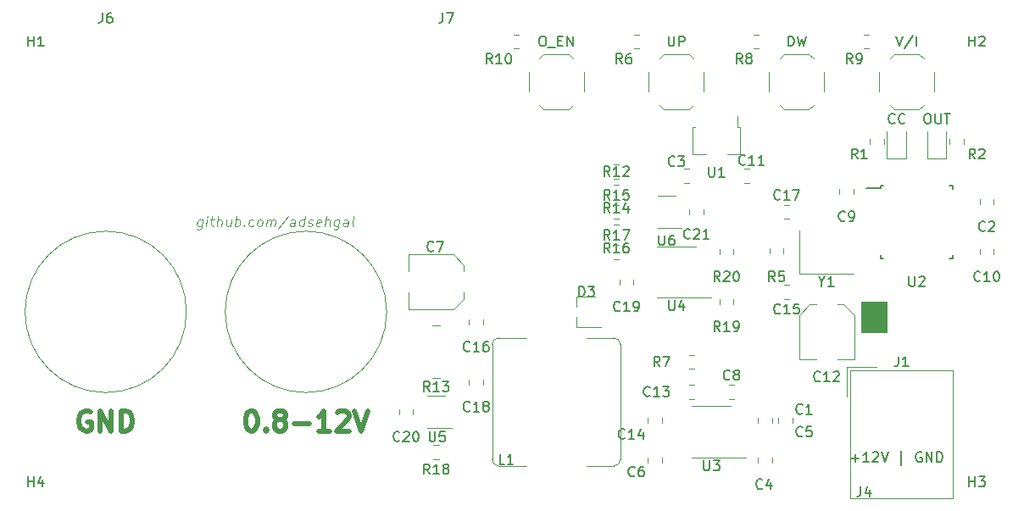
<source format=gbr>
%TF.GenerationSoftware,KiCad,Pcbnew,(5.99.0-2619-gb519867d9)*%
%TF.CreationDate,2020-08-09T22:36:06+05:30*%
%TF.ProjectId,Power_Supply,506f7765-725f-4537-9570-706c792e6b69,rev?*%
%TF.SameCoordinates,Original*%
%TF.FileFunction,Legend,Top*%
%TF.FilePolarity,Positive*%
%FSLAX46Y46*%
G04 Gerber Fmt 4.6, Leading zero omitted, Abs format (unit mm)*
G04 Created by KiCad (PCBNEW (5.99.0-2619-gb519867d9)) date 2020-08-09 22:36:06*
%MOMM*%
%LPD*%
G01*
G04 APERTURE LIST*
%ADD10C,0.100000*%
%ADD11C,0.500000*%
%ADD12C,0.150000*%
%ADD13C,0.075000*%
%ADD14C,0.120000*%
G04 APERTURE END LIST*
D10*
G36*
X100000000Y-44000000D02*
G01*
X97500000Y-44000000D01*
X97500000Y-41000000D01*
X100000000Y-41000000D01*
X100000000Y-44000000D01*
G37*
X100000000Y-44000000D02*
X97500000Y-44000000D01*
X97500000Y-41000000D01*
X100000000Y-41000000D01*
X100000000Y-44000000D01*
D11*
X20476190Y-52000000D02*
X20285714Y-51904761D01*
X20000000Y-51904761D01*
X19714285Y-52000000D01*
X19523809Y-52190476D01*
X19428571Y-52380952D01*
X19333333Y-52761904D01*
X19333333Y-53047619D01*
X19428571Y-53428571D01*
X19523809Y-53619047D01*
X19714285Y-53809523D01*
X20000000Y-53904761D01*
X20190476Y-53904761D01*
X20476190Y-53809523D01*
X20571428Y-53714285D01*
X20571428Y-53047619D01*
X20190476Y-53047619D01*
X21428571Y-53904761D02*
X21428571Y-51904761D01*
X22571428Y-53904761D01*
X22571428Y-51904761D01*
X23523809Y-53904761D02*
X23523809Y-51904761D01*
X24000000Y-51904761D01*
X24285714Y-52000000D01*
X24476190Y-52190476D01*
X24571428Y-52380952D01*
X24666666Y-52761904D01*
X24666666Y-53047619D01*
X24571428Y-53428571D01*
X24476190Y-53619047D01*
X24285714Y-53809523D01*
X24000000Y-53904761D01*
X23523809Y-53904761D01*
X36476190Y-51904761D02*
X36666666Y-51904761D01*
X36857142Y-52000000D01*
X36952380Y-52095238D01*
X37047619Y-52285714D01*
X37142857Y-52666666D01*
X37142857Y-53142857D01*
X37047619Y-53523809D01*
X36952380Y-53714285D01*
X36857142Y-53809523D01*
X36666666Y-53904761D01*
X36476190Y-53904761D01*
X36285714Y-53809523D01*
X36190476Y-53714285D01*
X36095238Y-53523809D01*
X36000000Y-53142857D01*
X36000000Y-52666666D01*
X36095238Y-52285714D01*
X36190476Y-52095238D01*
X36285714Y-52000000D01*
X36476190Y-51904761D01*
X38000000Y-53714285D02*
X38095238Y-53809523D01*
X38000000Y-53904761D01*
X37904761Y-53809523D01*
X38000000Y-53714285D01*
X38000000Y-53904761D01*
X39238095Y-52761904D02*
X39047619Y-52666666D01*
X38952380Y-52571428D01*
X38857142Y-52380952D01*
X38857142Y-52285714D01*
X38952380Y-52095238D01*
X39047619Y-52000000D01*
X39238095Y-51904761D01*
X39619047Y-51904761D01*
X39809523Y-52000000D01*
X39904761Y-52095238D01*
X40000000Y-52285714D01*
X40000000Y-52380952D01*
X39904761Y-52571428D01*
X39809523Y-52666666D01*
X39619047Y-52761904D01*
X39238095Y-52761904D01*
X39047619Y-52857142D01*
X38952380Y-52952380D01*
X38857142Y-53142857D01*
X38857142Y-53523809D01*
X38952380Y-53714285D01*
X39047619Y-53809523D01*
X39238095Y-53904761D01*
X39619047Y-53904761D01*
X39809523Y-53809523D01*
X39904761Y-53714285D01*
X40000000Y-53523809D01*
X40000000Y-53142857D01*
X39904761Y-52952380D01*
X39809523Y-52857142D01*
X39619047Y-52761904D01*
X40857142Y-53142857D02*
X42380952Y-53142857D01*
X44380952Y-53904761D02*
X43238095Y-53904761D01*
X43809523Y-53904761D02*
X43809523Y-51904761D01*
X43619047Y-52190476D01*
X43428571Y-52380952D01*
X43238095Y-52476190D01*
X45142857Y-52095238D02*
X45238095Y-52000000D01*
X45428571Y-51904761D01*
X45904761Y-51904761D01*
X46095238Y-52000000D01*
X46190476Y-52095238D01*
X46285714Y-52285714D01*
X46285714Y-52476190D01*
X46190476Y-52761904D01*
X45047619Y-53904761D01*
X46285714Y-53904761D01*
X46857142Y-51904761D02*
X47523809Y-53904761D01*
X48190476Y-51904761D01*
D12*
X96476190Y-56618928D02*
X97238095Y-56618928D01*
X96857142Y-56999880D02*
X96857142Y-56237976D01*
X98238095Y-56999880D02*
X97666666Y-56999880D01*
X97952380Y-56999880D02*
X97952380Y-55999880D01*
X97857142Y-56142738D01*
X97761904Y-56237976D01*
X97666666Y-56285595D01*
X98619047Y-56095119D02*
X98666666Y-56047500D01*
X98761904Y-55999880D01*
X99000000Y-55999880D01*
X99095238Y-56047500D01*
X99142857Y-56095119D01*
X99190476Y-56190357D01*
X99190476Y-56285595D01*
X99142857Y-56428452D01*
X98571428Y-56999880D01*
X99190476Y-56999880D01*
X99476190Y-55999880D02*
X99809523Y-56999880D01*
X100142857Y-55999880D01*
X101476190Y-57333214D02*
X101476190Y-55904642D01*
X103476190Y-56047500D02*
X103380952Y-55999880D01*
X103238095Y-55999880D01*
X103095238Y-56047500D01*
X103000000Y-56142738D01*
X102952380Y-56237976D01*
X102904761Y-56428452D01*
X102904761Y-56571309D01*
X102952380Y-56761785D01*
X103000000Y-56857023D01*
X103095238Y-56952261D01*
X103238095Y-56999880D01*
X103333333Y-56999880D01*
X103476190Y-56952261D01*
X103523809Y-56904642D01*
X103523809Y-56571309D01*
X103333333Y-56571309D01*
X103952380Y-56999880D02*
X103952380Y-55999880D01*
X104523809Y-56999880D01*
X104523809Y-55999880D01*
X105000000Y-56999880D02*
X105000000Y-55999880D01*
X105238095Y-55999880D01*
X105380952Y-56047500D01*
X105476190Y-56142738D01*
X105523809Y-56237976D01*
X105571428Y-56428452D01*
X105571428Y-56571309D01*
X105523809Y-56761785D01*
X105476190Y-56857023D01*
X105380952Y-56952261D01*
X105238095Y-56999880D01*
X105000000Y-56999880D01*
D13*
X31655327Y-32785714D02*
X31554136Y-33595238D01*
X31494613Y-33690476D01*
X31441041Y-33738095D01*
X31339851Y-33785714D01*
X31196994Y-33785714D01*
X31107708Y-33738095D01*
X31577946Y-33404761D02*
X31476755Y-33452380D01*
X31286279Y-33452380D01*
X31196994Y-33404761D01*
X31155327Y-33357142D01*
X31119613Y-33261904D01*
X31155327Y-32976190D01*
X31214851Y-32880952D01*
X31268422Y-32833333D01*
X31369613Y-32785714D01*
X31560089Y-32785714D01*
X31649375Y-32833333D01*
X32048184Y-33452380D02*
X32131517Y-32785714D01*
X32173184Y-32452380D02*
X32119613Y-32500000D01*
X32161279Y-32547619D01*
X32214851Y-32500000D01*
X32173184Y-32452380D01*
X32161279Y-32547619D01*
X32464851Y-32785714D02*
X32845803Y-32785714D01*
X32649375Y-32452380D02*
X32542232Y-33309523D01*
X32577946Y-33404761D01*
X32667232Y-33452380D01*
X32762470Y-33452380D01*
X33095803Y-33452380D02*
X33220803Y-32452380D01*
X33524375Y-33452380D02*
X33589851Y-32928571D01*
X33554136Y-32833333D01*
X33464851Y-32785714D01*
X33321994Y-32785714D01*
X33220803Y-32833333D01*
X33167232Y-32880952D01*
X34512470Y-32785714D02*
X34429136Y-33452380D01*
X34083898Y-32785714D02*
X34018422Y-33309523D01*
X34054136Y-33404761D01*
X34143422Y-33452380D01*
X34286279Y-33452380D01*
X34387470Y-33404761D01*
X34441041Y-33357142D01*
X34905327Y-33452380D02*
X35030327Y-32452380D01*
X34982708Y-32833333D02*
X35083898Y-32785714D01*
X35274375Y-32785714D01*
X35363660Y-32833333D01*
X35405327Y-32880952D01*
X35441041Y-32976190D01*
X35405327Y-33261904D01*
X35345803Y-33357142D01*
X35292232Y-33404761D01*
X35191041Y-33452380D01*
X35000565Y-33452380D01*
X34911279Y-33404761D01*
X35821994Y-33357142D02*
X35863660Y-33404761D01*
X35810089Y-33452380D01*
X35768422Y-33404761D01*
X35821994Y-33357142D01*
X35810089Y-33452380D01*
X36720803Y-33404761D02*
X36619613Y-33452380D01*
X36429136Y-33452380D01*
X36339851Y-33404761D01*
X36298184Y-33357142D01*
X36262470Y-33261904D01*
X36298184Y-32976190D01*
X36357708Y-32880952D01*
X36411279Y-32833333D01*
X36512470Y-32785714D01*
X36702946Y-32785714D01*
X36792232Y-32833333D01*
X37286279Y-33452380D02*
X37196994Y-33404761D01*
X37155327Y-33357142D01*
X37119613Y-33261904D01*
X37155327Y-32976190D01*
X37214851Y-32880952D01*
X37268422Y-32833333D01*
X37369613Y-32785714D01*
X37512470Y-32785714D01*
X37601755Y-32833333D01*
X37643422Y-32880952D01*
X37679136Y-32976190D01*
X37643422Y-33261904D01*
X37583898Y-33357142D01*
X37530327Y-33404761D01*
X37429136Y-33452380D01*
X37286279Y-33452380D01*
X38048184Y-33452380D02*
X38131517Y-32785714D01*
X38119613Y-32880952D02*
X38173184Y-32833333D01*
X38274375Y-32785714D01*
X38417232Y-32785714D01*
X38506517Y-32833333D01*
X38542232Y-32928571D01*
X38476755Y-33452380D01*
X38542232Y-32928571D02*
X38601755Y-32833333D01*
X38702946Y-32785714D01*
X38845803Y-32785714D01*
X38935089Y-32833333D01*
X38970803Y-32928571D01*
X38905327Y-33452380D01*
X40226755Y-32404761D02*
X39208898Y-33690476D01*
X40857708Y-33452380D02*
X40923184Y-32928571D01*
X40887470Y-32833333D01*
X40798184Y-32785714D01*
X40607708Y-32785714D01*
X40506517Y-32833333D01*
X40863660Y-33404761D02*
X40762470Y-33452380D01*
X40524375Y-33452380D01*
X40435089Y-33404761D01*
X40399375Y-33309523D01*
X40411279Y-33214285D01*
X40470803Y-33119047D01*
X40571994Y-33071428D01*
X40810089Y-33071428D01*
X40911279Y-33023809D01*
X41762470Y-33452380D02*
X41887470Y-32452380D01*
X41768422Y-33404761D02*
X41667232Y-33452380D01*
X41476755Y-33452380D01*
X41387470Y-33404761D01*
X41345803Y-33357142D01*
X41310089Y-33261904D01*
X41345803Y-32976190D01*
X41405327Y-32880952D01*
X41458898Y-32833333D01*
X41560089Y-32785714D01*
X41750565Y-32785714D01*
X41839851Y-32833333D01*
X42196994Y-33404761D02*
X42286279Y-33452380D01*
X42476755Y-33452380D01*
X42577946Y-33404761D01*
X42637470Y-33309523D01*
X42643422Y-33261904D01*
X42607708Y-33166666D01*
X42518422Y-33119047D01*
X42375565Y-33119047D01*
X42286279Y-33071428D01*
X42250565Y-32976190D01*
X42256517Y-32928571D01*
X42316041Y-32833333D01*
X42417232Y-32785714D01*
X42560089Y-32785714D01*
X42649375Y-32833333D01*
X43435089Y-33404761D02*
X43333898Y-33452380D01*
X43143422Y-33452380D01*
X43054136Y-33404761D01*
X43018422Y-33309523D01*
X43066041Y-32928571D01*
X43125565Y-32833333D01*
X43226755Y-32785714D01*
X43417232Y-32785714D01*
X43506517Y-32833333D01*
X43542232Y-32928571D01*
X43530327Y-33023809D01*
X43042232Y-33119047D01*
X43905327Y-33452380D02*
X44030327Y-32452380D01*
X44333898Y-33452380D02*
X44399375Y-32928571D01*
X44363660Y-32833333D01*
X44274375Y-32785714D01*
X44131517Y-32785714D01*
X44030327Y-32833333D01*
X43976755Y-32880952D01*
X45321994Y-32785714D02*
X45220803Y-33595238D01*
X45161279Y-33690476D01*
X45107708Y-33738095D01*
X45006517Y-33785714D01*
X44863660Y-33785714D01*
X44774375Y-33738095D01*
X45244613Y-33404761D02*
X45143422Y-33452380D01*
X44952946Y-33452380D01*
X44863660Y-33404761D01*
X44821994Y-33357142D01*
X44786279Y-33261904D01*
X44821994Y-32976190D01*
X44881517Y-32880952D01*
X44935089Y-32833333D01*
X45036279Y-32785714D01*
X45226755Y-32785714D01*
X45316041Y-32833333D01*
X46143422Y-33452380D02*
X46208898Y-32928571D01*
X46173184Y-32833333D01*
X46083898Y-32785714D01*
X45893422Y-32785714D01*
X45792232Y-32833333D01*
X46149375Y-33404761D02*
X46048184Y-33452380D01*
X45810089Y-33452380D01*
X45720803Y-33404761D01*
X45685089Y-33309523D01*
X45696994Y-33214285D01*
X45756517Y-33119047D01*
X45857708Y-33071428D01*
X46095803Y-33071428D01*
X46196994Y-33023809D01*
X46762470Y-33452380D02*
X46673184Y-33404761D01*
X46637470Y-33309523D01*
X46744613Y-32452380D01*
D12*
%TO.C,U3*%
X81738095Y-56852380D02*
X81738095Y-57661904D01*
X81785714Y-57757142D01*
X81833333Y-57804761D01*
X81928571Y-57852380D01*
X82119047Y-57852380D01*
X82214285Y-57804761D01*
X82261904Y-57757142D01*
X82309523Y-57661904D01*
X82309523Y-56852380D01*
X82690476Y-56852380D02*
X83309523Y-56852380D01*
X82976190Y-57233333D01*
X83119047Y-57233333D01*
X83214285Y-57280952D01*
X83261904Y-57328571D01*
X83309523Y-57423809D01*
X83309523Y-57661904D01*
X83261904Y-57757142D01*
X83214285Y-57804761D01*
X83119047Y-57852380D01*
X82833333Y-57852380D01*
X82738095Y-57804761D01*
X82690476Y-57757142D01*
%TO.C,U2*%
X102238095Y-38452380D02*
X102238095Y-39261904D01*
X102285714Y-39357142D01*
X102333333Y-39404761D01*
X102428571Y-39452380D01*
X102619047Y-39452380D01*
X102714285Y-39404761D01*
X102761904Y-39357142D01*
X102809523Y-39261904D01*
X102809523Y-38452380D01*
X103238095Y-38547619D02*
X103285714Y-38500000D01*
X103380952Y-38452380D01*
X103619047Y-38452380D01*
X103714285Y-38500000D01*
X103761904Y-38547619D01*
X103809523Y-38642857D01*
X103809523Y-38738095D01*
X103761904Y-38880952D01*
X103190476Y-39452380D01*
X103809523Y-39452380D01*
%TO.C,H3*%
X108238095Y-59452380D02*
X108238095Y-58452380D01*
X108238095Y-58928571D02*
X108809523Y-58928571D01*
X108809523Y-59452380D02*
X108809523Y-58452380D01*
X109190476Y-58452380D02*
X109809523Y-58452380D01*
X109476190Y-58833333D01*
X109619047Y-58833333D01*
X109714285Y-58880952D01*
X109761904Y-58928571D01*
X109809523Y-59023809D01*
X109809523Y-59261904D01*
X109761904Y-59357142D01*
X109714285Y-59404761D01*
X109619047Y-59452380D01*
X109333333Y-59452380D01*
X109238095Y-59404761D01*
X109190476Y-59357142D01*
%TO.C,H2*%
X108238095Y-15452380D02*
X108238095Y-14452380D01*
X108238095Y-14928571D02*
X108809523Y-14928571D01*
X108809523Y-15452380D02*
X108809523Y-14452380D01*
X109238095Y-14547619D02*
X109285714Y-14500000D01*
X109380952Y-14452380D01*
X109619047Y-14452380D01*
X109714285Y-14500000D01*
X109761904Y-14547619D01*
X109809523Y-14642857D01*
X109809523Y-14738095D01*
X109761904Y-14880952D01*
X109190476Y-15452380D01*
X109809523Y-15452380D01*
%TO.C,R20*%
X83357142Y-38952380D02*
X83023809Y-38476190D01*
X82785714Y-38952380D02*
X82785714Y-37952380D01*
X83166666Y-37952380D01*
X83261904Y-38000000D01*
X83309523Y-38047619D01*
X83357142Y-38142857D01*
X83357142Y-38285714D01*
X83309523Y-38380952D01*
X83261904Y-38428571D01*
X83166666Y-38476190D01*
X82785714Y-38476190D01*
X83738095Y-38047619D02*
X83785714Y-38000000D01*
X83880952Y-37952380D01*
X84119047Y-37952380D01*
X84214285Y-38000000D01*
X84261904Y-38047619D01*
X84309523Y-38142857D01*
X84309523Y-38238095D01*
X84261904Y-38380952D01*
X83690476Y-38952380D01*
X84309523Y-38952380D01*
X84928571Y-37952380D02*
X85023809Y-37952380D01*
X85119047Y-38000000D01*
X85166666Y-38047619D01*
X85214285Y-38142857D01*
X85261904Y-38333333D01*
X85261904Y-38571428D01*
X85214285Y-38761904D01*
X85166666Y-38857142D01*
X85119047Y-38904761D01*
X85023809Y-38952380D01*
X84928571Y-38952380D01*
X84833333Y-38904761D01*
X84785714Y-38857142D01*
X84738095Y-38761904D01*
X84690476Y-38571428D01*
X84690476Y-38333333D01*
X84738095Y-38142857D01*
X84785714Y-38047619D01*
X84833333Y-38000000D01*
X84928571Y-37952380D01*
%TO.C,C3*%
X78833333Y-27357142D02*
X78785714Y-27404761D01*
X78642857Y-27452380D01*
X78547619Y-27452380D01*
X78404761Y-27404761D01*
X78309523Y-27309523D01*
X78261904Y-27214285D01*
X78214285Y-27023809D01*
X78214285Y-26880952D01*
X78261904Y-26690476D01*
X78309523Y-26595238D01*
X78404761Y-26500000D01*
X78547619Y-26452380D01*
X78642857Y-26452380D01*
X78785714Y-26500000D01*
X78833333Y-26547619D01*
X79166666Y-26452380D02*
X79785714Y-26452380D01*
X79452380Y-26833333D01*
X79595238Y-26833333D01*
X79690476Y-26880952D01*
X79738095Y-26928571D01*
X79785714Y-27023809D01*
X79785714Y-27261904D01*
X79738095Y-27357142D01*
X79690476Y-27404761D01*
X79595238Y-27452380D01*
X79309523Y-27452380D01*
X79214285Y-27404761D01*
X79166666Y-27357142D01*
%TO.C,C8*%
X84333333Y-48707142D02*
X84285714Y-48754761D01*
X84142857Y-48802380D01*
X84047619Y-48802380D01*
X83904761Y-48754761D01*
X83809523Y-48659523D01*
X83761904Y-48564285D01*
X83714285Y-48373809D01*
X83714285Y-48230952D01*
X83761904Y-48040476D01*
X83809523Y-47945238D01*
X83904761Y-47850000D01*
X84047619Y-47802380D01*
X84142857Y-47802380D01*
X84285714Y-47850000D01*
X84333333Y-47897619D01*
X84904761Y-48230952D02*
X84809523Y-48183333D01*
X84761904Y-48135714D01*
X84714285Y-48040476D01*
X84714285Y-47992857D01*
X84761904Y-47897619D01*
X84809523Y-47850000D01*
X84904761Y-47802380D01*
X85095238Y-47802380D01*
X85190476Y-47850000D01*
X85238095Y-47897619D01*
X85285714Y-47992857D01*
X85285714Y-48040476D01*
X85238095Y-48135714D01*
X85190476Y-48183333D01*
X85095238Y-48230952D01*
X84904761Y-48230952D01*
X84809523Y-48278571D01*
X84761904Y-48326190D01*
X84714285Y-48421428D01*
X84714285Y-48611904D01*
X84761904Y-48707142D01*
X84809523Y-48754761D01*
X84904761Y-48802380D01*
X85095238Y-48802380D01*
X85190476Y-48754761D01*
X85238095Y-48707142D01*
X85285714Y-48611904D01*
X85285714Y-48421428D01*
X85238095Y-48326190D01*
X85190476Y-48278571D01*
X85095238Y-48230952D01*
%TO.C,C2*%
X109833333Y-33857142D02*
X109785714Y-33904761D01*
X109642857Y-33952380D01*
X109547619Y-33952380D01*
X109404761Y-33904761D01*
X109309523Y-33809523D01*
X109261904Y-33714285D01*
X109214285Y-33523809D01*
X109214285Y-33380952D01*
X109261904Y-33190476D01*
X109309523Y-33095238D01*
X109404761Y-33000000D01*
X109547619Y-32952380D01*
X109642857Y-32952380D01*
X109785714Y-33000000D01*
X109833333Y-33047619D01*
X110214285Y-33047619D02*
X110261904Y-33000000D01*
X110357142Y-32952380D01*
X110595238Y-32952380D01*
X110690476Y-33000000D01*
X110738095Y-33047619D01*
X110785714Y-33142857D01*
X110785714Y-33238095D01*
X110738095Y-33380952D01*
X110166666Y-33952380D01*
X110785714Y-33952380D01*
%TO.C,C6*%
X74833333Y-58357142D02*
X74785714Y-58404761D01*
X74642857Y-58452380D01*
X74547619Y-58452380D01*
X74404761Y-58404761D01*
X74309523Y-58309523D01*
X74261904Y-58214285D01*
X74214285Y-58023809D01*
X74214285Y-57880952D01*
X74261904Y-57690476D01*
X74309523Y-57595238D01*
X74404761Y-57500000D01*
X74547619Y-57452380D01*
X74642857Y-57452380D01*
X74785714Y-57500000D01*
X74833333Y-57547619D01*
X75690476Y-57452380D02*
X75500000Y-57452380D01*
X75404761Y-57500000D01*
X75357142Y-57547619D01*
X75261904Y-57690476D01*
X75214285Y-57880952D01*
X75214285Y-58261904D01*
X75261904Y-58357142D01*
X75309523Y-58404761D01*
X75404761Y-58452380D01*
X75595238Y-58452380D01*
X75690476Y-58404761D01*
X75738095Y-58357142D01*
X75785714Y-58261904D01*
X75785714Y-58023809D01*
X75738095Y-57928571D01*
X75690476Y-57880952D01*
X75595238Y-57833333D01*
X75404761Y-57833333D01*
X75309523Y-57880952D01*
X75261904Y-57928571D01*
X75214285Y-58023809D01*
%TO.C,J4*%
X97416666Y-59452380D02*
X97416666Y-60166666D01*
X97369047Y-60309523D01*
X97273809Y-60404761D01*
X97130952Y-60452380D01*
X97035714Y-60452380D01*
X98321428Y-59785714D02*
X98321428Y-60452380D01*
X98083333Y-59404761D02*
X97845238Y-60119047D01*
X98464285Y-60119047D01*
%TO.C,R16*%
X72357142Y-36102380D02*
X72023809Y-35626190D01*
X71785714Y-36102380D02*
X71785714Y-35102380D01*
X72166666Y-35102380D01*
X72261904Y-35150000D01*
X72309523Y-35197619D01*
X72357142Y-35292857D01*
X72357142Y-35435714D01*
X72309523Y-35530952D01*
X72261904Y-35578571D01*
X72166666Y-35626190D01*
X71785714Y-35626190D01*
X73309523Y-36102380D02*
X72738095Y-36102380D01*
X73023809Y-36102380D02*
X73023809Y-35102380D01*
X72928571Y-35245238D01*
X72833333Y-35340476D01*
X72738095Y-35388095D01*
X74166666Y-35102380D02*
X73976190Y-35102380D01*
X73880952Y-35150000D01*
X73833333Y-35197619D01*
X73738095Y-35340476D01*
X73690476Y-35530952D01*
X73690476Y-35911904D01*
X73738095Y-36007142D01*
X73785714Y-36054761D01*
X73880952Y-36102380D01*
X74071428Y-36102380D01*
X74166666Y-36054761D01*
X74214285Y-36007142D01*
X74261904Y-35911904D01*
X74261904Y-35673809D01*
X74214285Y-35578571D01*
X74166666Y-35530952D01*
X74071428Y-35483333D01*
X73880952Y-35483333D01*
X73785714Y-35530952D01*
X73738095Y-35578571D01*
X73690476Y-35673809D01*
%TO.C,C18*%
X58357142Y-51857142D02*
X58309523Y-51904761D01*
X58166666Y-51952380D01*
X58071428Y-51952380D01*
X57928571Y-51904761D01*
X57833333Y-51809523D01*
X57785714Y-51714285D01*
X57738095Y-51523809D01*
X57738095Y-51380952D01*
X57785714Y-51190476D01*
X57833333Y-51095238D01*
X57928571Y-51000000D01*
X58071428Y-50952380D01*
X58166666Y-50952380D01*
X58309523Y-51000000D01*
X58357142Y-51047619D01*
X59309523Y-51952380D02*
X58738095Y-51952380D01*
X59023809Y-51952380D02*
X59023809Y-50952380D01*
X58928571Y-51095238D01*
X58833333Y-51190476D01*
X58738095Y-51238095D01*
X59880952Y-51380952D02*
X59785714Y-51333333D01*
X59738095Y-51285714D01*
X59690476Y-51190476D01*
X59690476Y-51142857D01*
X59738095Y-51047619D01*
X59785714Y-51000000D01*
X59880952Y-50952380D01*
X60071428Y-50952380D01*
X60166666Y-51000000D01*
X60214285Y-51047619D01*
X60261904Y-51142857D01*
X60261904Y-51190476D01*
X60214285Y-51285714D01*
X60166666Y-51333333D01*
X60071428Y-51380952D01*
X59880952Y-51380952D01*
X59785714Y-51428571D01*
X59738095Y-51476190D01*
X59690476Y-51571428D01*
X59690476Y-51761904D01*
X59738095Y-51857142D01*
X59785714Y-51904761D01*
X59880952Y-51952380D01*
X60071428Y-51952380D01*
X60166666Y-51904761D01*
X60214285Y-51857142D01*
X60261904Y-51761904D01*
X60261904Y-51571428D01*
X60214285Y-51476190D01*
X60166666Y-51428571D01*
X60071428Y-51380952D01*
%TO.C,Y1*%
X93523809Y-38976190D02*
X93523809Y-39452380D01*
X93190476Y-38452380D02*
X93523809Y-38976190D01*
X93857142Y-38452380D01*
X94714285Y-39452380D02*
X94142857Y-39452380D01*
X94428571Y-39452380D02*
X94428571Y-38452380D01*
X94333333Y-38595238D01*
X94238095Y-38690476D01*
X94142857Y-38738095D01*
%TO.C,U4*%
X78238095Y-40852380D02*
X78238095Y-41661904D01*
X78285714Y-41757142D01*
X78333333Y-41804761D01*
X78428571Y-41852380D01*
X78619047Y-41852380D01*
X78714285Y-41804761D01*
X78761904Y-41757142D01*
X78809523Y-41661904D01*
X78809523Y-40852380D01*
X79714285Y-41185714D02*
X79714285Y-41852380D01*
X79476190Y-40804761D02*
X79238095Y-41519047D01*
X79857142Y-41519047D01*
%TO.C,C15*%
X89357142Y-42107142D02*
X89309523Y-42154761D01*
X89166666Y-42202380D01*
X89071428Y-42202380D01*
X88928571Y-42154761D01*
X88833333Y-42059523D01*
X88785714Y-41964285D01*
X88738095Y-41773809D01*
X88738095Y-41630952D01*
X88785714Y-41440476D01*
X88833333Y-41345238D01*
X88928571Y-41250000D01*
X89071428Y-41202380D01*
X89166666Y-41202380D01*
X89309523Y-41250000D01*
X89357142Y-41297619D01*
X90309523Y-42202380D02*
X89738095Y-42202380D01*
X90023809Y-42202380D02*
X90023809Y-41202380D01*
X89928571Y-41345238D01*
X89833333Y-41440476D01*
X89738095Y-41488095D01*
X91214285Y-41202380D02*
X90738095Y-41202380D01*
X90690476Y-41678571D01*
X90738095Y-41630952D01*
X90833333Y-41583333D01*
X91071428Y-41583333D01*
X91166666Y-41630952D01*
X91214285Y-41678571D01*
X91261904Y-41773809D01*
X91261904Y-42011904D01*
X91214285Y-42107142D01*
X91166666Y-42154761D01*
X91071428Y-42202380D01*
X90833333Y-42202380D01*
X90738095Y-42154761D01*
X90690476Y-42107142D01*
%TO.C,C10*%
X109357142Y-38857142D02*
X109309523Y-38904761D01*
X109166666Y-38952380D01*
X109071428Y-38952380D01*
X108928571Y-38904761D01*
X108833333Y-38809523D01*
X108785714Y-38714285D01*
X108738095Y-38523809D01*
X108738095Y-38380952D01*
X108785714Y-38190476D01*
X108833333Y-38095238D01*
X108928571Y-38000000D01*
X109071428Y-37952380D01*
X109166666Y-37952380D01*
X109309523Y-38000000D01*
X109357142Y-38047619D01*
X110309523Y-38952380D02*
X109738095Y-38952380D01*
X110023809Y-38952380D02*
X110023809Y-37952380D01*
X109928571Y-38095238D01*
X109833333Y-38190476D01*
X109738095Y-38238095D01*
X110928571Y-37952380D02*
X111023809Y-37952380D01*
X111119047Y-38000000D01*
X111166666Y-38047619D01*
X111214285Y-38142857D01*
X111261904Y-38333333D01*
X111261904Y-38571428D01*
X111214285Y-38761904D01*
X111166666Y-38857142D01*
X111119047Y-38904761D01*
X111023809Y-38952380D01*
X110928571Y-38952380D01*
X110833333Y-38904761D01*
X110785714Y-38857142D01*
X110738095Y-38761904D01*
X110690476Y-38571428D01*
X110690476Y-38333333D01*
X110738095Y-38142857D01*
X110785714Y-38047619D01*
X110833333Y-38000000D01*
X110928571Y-37952380D01*
%TO.C,C4*%
X87583333Y-59607142D02*
X87535714Y-59654761D01*
X87392857Y-59702380D01*
X87297619Y-59702380D01*
X87154761Y-59654761D01*
X87059523Y-59559523D01*
X87011904Y-59464285D01*
X86964285Y-59273809D01*
X86964285Y-59130952D01*
X87011904Y-58940476D01*
X87059523Y-58845238D01*
X87154761Y-58750000D01*
X87297619Y-58702380D01*
X87392857Y-58702380D01*
X87535714Y-58750000D01*
X87583333Y-58797619D01*
X88440476Y-59035714D02*
X88440476Y-59702380D01*
X88202380Y-58654761D02*
X87964285Y-59369047D01*
X88583333Y-59369047D01*
%TO.C,SW2*%
X90166666Y-15452380D02*
X90166666Y-14452380D01*
X90404761Y-14452380D01*
X90547619Y-14500000D01*
X90642857Y-14595238D01*
X90690476Y-14690476D01*
X90738095Y-14880952D01*
X90738095Y-15023809D01*
X90690476Y-15214285D01*
X90642857Y-15309523D01*
X90547619Y-15404761D01*
X90404761Y-15452380D01*
X90166666Y-15452380D01*
X91071428Y-14452380D02*
X91309523Y-15452380D01*
X91500000Y-14738095D01*
X91690476Y-15452380D01*
X91928571Y-14452380D01*
%TO.C,R13*%
X54357142Y-49952380D02*
X54023809Y-49476190D01*
X53785714Y-49952380D02*
X53785714Y-48952380D01*
X54166666Y-48952380D01*
X54261904Y-49000000D01*
X54309523Y-49047619D01*
X54357142Y-49142857D01*
X54357142Y-49285714D01*
X54309523Y-49380952D01*
X54261904Y-49428571D01*
X54166666Y-49476190D01*
X53785714Y-49476190D01*
X55309523Y-49952380D02*
X54738095Y-49952380D01*
X55023809Y-49952380D02*
X55023809Y-48952380D01*
X54928571Y-49095238D01*
X54833333Y-49190476D01*
X54738095Y-49238095D01*
X55642857Y-48952380D02*
X56261904Y-48952380D01*
X55928571Y-49333333D01*
X56071428Y-49333333D01*
X56166666Y-49380952D01*
X56214285Y-49428571D01*
X56261904Y-49523809D01*
X56261904Y-49761904D01*
X56214285Y-49857142D01*
X56166666Y-49904761D01*
X56071428Y-49952380D01*
X55785714Y-49952380D01*
X55690476Y-49904761D01*
X55642857Y-49857142D01*
%TO.C,R10*%
X60607142Y-17202380D02*
X60273809Y-16726190D01*
X60035714Y-17202380D02*
X60035714Y-16202380D01*
X60416666Y-16202380D01*
X60511904Y-16250000D01*
X60559523Y-16297619D01*
X60607142Y-16392857D01*
X60607142Y-16535714D01*
X60559523Y-16630952D01*
X60511904Y-16678571D01*
X60416666Y-16726190D01*
X60035714Y-16726190D01*
X61559523Y-17202380D02*
X60988095Y-17202380D01*
X61273809Y-17202380D02*
X61273809Y-16202380D01*
X61178571Y-16345238D01*
X61083333Y-16440476D01*
X60988095Y-16488095D01*
X62178571Y-16202380D02*
X62273809Y-16202380D01*
X62369047Y-16250000D01*
X62416666Y-16297619D01*
X62464285Y-16392857D01*
X62511904Y-16583333D01*
X62511904Y-16821428D01*
X62464285Y-17011904D01*
X62416666Y-17107142D01*
X62369047Y-17154761D01*
X62273809Y-17202380D01*
X62178571Y-17202380D01*
X62083333Y-17154761D01*
X62035714Y-17107142D01*
X61988095Y-17011904D01*
X61940476Y-16821428D01*
X61940476Y-16583333D01*
X61988095Y-16392857D01*
X62035714Y-16297619D01*
X62083333Y-16250000D01*
X62178571Y-16202380D01*
%TO.C,C14*%
X73857142Y-54607142D02*
X73809523Y-54654761D01*
X73666666Y-54702380D01*
X73571428Y-54702380D01*
X73428571Y-54654761D01*
X73333333Y-54559523D01*
X73285714Y-54464285D01*
X73238095Y-54273809D01*
X73238095Y-54130952D01*
X73285714Y-53940476D01*
X73333333Y-53845238D01*
X73428571Y-53750000D01*
X73571428Y-53702380D01*
X73666666Y-53702380D01*
X73809523Y-53750000D01*
X73857142Y-53797619D01*
X74809523Y-54702380D02*
X74238095Y-54702380D01*
X74523809Y-54702380D02*
X74523809Y-53702380D01*
X74428571Y-53845238D01*
X74333333Y-53940476D01*
X74238095Y-53988095D01*
X75666666Y-54035714D02*
X75666666Y-54702380D01*
X75428571Y-53654761D02*
X75190476Y-54369047D01*
X75809523Y-54369047D01*
%TO.C,C1*%
X91583333Y-52107142D02*
X91535714Y-52154761D01*
X91392857Y-52202380D01*
X91297619Y-52202380D01*
X91154761Y-52154761D01*
X91059523Y-52059523D01*
X91011904Y-51964285D01*
X90964285Y-51773809D01*
X90964285Y-51630952D01*
X91011904Y-51440476D01*
X91059523Y-51345238D01*
X91154761Y-51250000D01*
X91297619Y-51202380D01*
X91392857Y-51202380D01*
X91535714Y-51250000D01*
X91583333Y-51297619D01*
X92535714Y-52202380D02*
X91964285Y-52202380D01*
X92250000Y-52202380D02*
X92250000Y-51202380D01*
X92154761Y-51345238D01*
X92059523Y-51440476D01*
X91964285Y-51488095D01*
%TO.C,R2*%
X108833333Y-26702380D02*
X108500000Y-26226190D01*
X108261904Y-26702380D02*
X108261904Y-25702380D01*
X108642857Y-25702380D01*
X108738095Y-25750000D01*
X108785714Y-25797619D01*
X108833333Y-25892857D01*
X108833333Y-26035714D01*
X108785714Y-26130952D01*
X108738095Y-26178571D01*
X108642857Y-26226190D01*
X108261904Y-26226190D01*
X109214285Y-25797619D02*
X109261904Y-25750000D01*
X109357142Y-25702380D01*
X109595238Y-25702380D01*
X109690476Y-25750000D01*
X109738095Y-25797619D01*
X109785714Y-25892857D01*
X109785714Y-25988095D01*
X109738095Y-26130952D01*
X109166666Y-26702380D01*
X109785714Y-26702380D01*
%TO.C,C20*%
X51357142Y-54857142D02*
X51309523Y-54904761D01*
X51166666Y-54952380D01*
X51071428Y-54952380D01*
X50928571Y-54904761D01*
X50833333Y-54809523D01*
X50785714Y-54714285D01*
X50738095Y-54523809D01*
X50738095Y-54380952D01*
X50785714Y-54190476D01*
X50833333Y-54095238D01*
X50928571Y-54000000D01*
X51071428Y-53952380D01*
X51166666Y-53952380D01*
X51309523Y-54000000D01*
X51357142Y-54047619D01*
X51738095Y-54047619D02*
X51785714Y-54000000D01*
X51880952Y-53952380D01*
X52119047Y-53952380D01*
X52214285Y-54000000D01*
X52261904Y-54047619D01*
X52309523Y-54142857D01*
X52309523Y-54238095D01*
X52261904Y-54380952D01*
X51690476Y-54952380D01*
X52309523Y-54952380D01*
X52928571Y-53952380D02*
X53023809Y-53952380D01*
X53119047Y-54000000D01*
X53166666Y-54047619D01*
X53214285Y-54142857D01*
X53261904Y-54333333D01*
X53261904Y-54571428D01*
X53214285Y-54761904D01*
X53166666Y-54857142D01*
X53119047Y-54904761D01*
X53023809Y-54952380D01*
X52928571Y-54952380D01*
X52833333Y-54904761D01*
X52785714Y-54857142D01*
X52738095Y-54761904D01*
X52690476Y-54571428D01*
X52690476Y-54333333D01*
X52738095Y-54142857D01*
X52785714Y-54047619D01*
X52833333Y-54000000D01*
X52928571Y-53952380D01*
%TO.C,R6*%
X73583333Y-17202380D02*
X73250000Y-16726190D01*
X73011904Y-17202380D02*
X73011904Y-16202380D01*
X73392857Y-16202380D01*
X73488095Y-16250000D01*
X73535714Y-16297619D01*
X73583333Y-16392857D01*
X73583333Y-16535714D01*
X73535714Y-16630952D01*
X73488095Y-16678571D01*
X73392857Y-16726190D01*
X73011904Y-16726190D01*
X74440476Y-16202380D02*
X74250000Y-16202380D01*
X74154761Y-16250000D01*
X74107142Y-16297619D01*
X74011904Y-16440476D01*
X73964285Y-16630952D01*
X73964285Y-17011904D01*
X74011904Y-17107142D01*
X74059523Y-17154761D01*
X74154761Y-17202380D01*
X74345238Y-17202380D01*
X74440476Y-17154761D01*
X74488095Y-17107142D01*
X74535714Y-17011904D01*
X74535714Y-16773809D01*
X74488095Y-16678571D01*
X74440476Y-16630952D01*
X74345238Y-16583333D01*
X74154761Y-16583333D01*
X74059523Y-16630952D01*
X74011904Y-16678571D01*
X73964285Y-16773809D01*
%TO.C,SW1*%
X78214285Y-14452380D02*
X78214285Y-15261904D01*
X78261904Y-15357142D01*
X78309523Y-15404761D01*
X78404761Y-15452380D01*
X78595238Y-15452380D01*
X78690476Y-15404761D01*
X78738095Y-15357142D01*
X78785714Y-15261904D01*
X78785714Y-14452380D01*
X79261904Y-15452380D02*
X79261904Y-14452380D01*
X79642857Y-14452380D01*
X79738095Y-14500000D01*
X79785714Y-14547619D01*
X79833333Y-14642857D01*
X79833333Y-14785714D01*
X79785714Y-14880952D01*
X79738095Y-14928571D01*
X79642857Y-14976190D01*
X79261904Y-14976190D01*
%TO.C,R18*%
X54357142Y-58202380D02*
X54023809Y-57726190D01*
X53785714Y-58202380D02*
X53785714Y-57202380D01*
X54166666Y-57202380D01*
X54261904Y-57250000D01*
X54309523Y-57297619D01*
X54357142Y-57392857D01*
X54357142Y-57535714D01*
X54309523Y-57630952D01*
X54261904Y-57678571D01*
X54166666Y-57726190D01*
X53785714Y-57726190D01*
X55309523Y-58202380D02*
X54738095Y-58202380D01*
X55023809Y-58202380D02*
X55023809Y-57202380D01*
X54928571Y-57345238D01*
X54833333Y-57440476D01*
X54738095Y-57488095D01*
X55880952Y-57630952D02*
X55785714Y-57583333D01*
X55738095Y-57535714D01*
X55690476Y-57440476D01*
X55690476Y-57392857D01*
X55738095Y-57297619D01*
X55785714Y-57250000D01*
X55880952Y-57202380D01*
X56071428Y-57202380D01*
X56166666Y-57250000D01*
X56214285Y-57297619D01*
X56261904Y-57392857D01*
X56261904Y-57440476D01*
X56214285Y-57535714D01*
X56166666Y-57583333D01*
X56071428Y-57630952D01*
X55880952Y-57630952D01*
X55785714Y-57678571D01*
X55738095Y-57726190D01*
X55690476Y-57821428D01*
X55690476Y-58011904D01*
X55738095Y-58107142D01*
X55785714Y-58154761D01*
X55880952Y-58202380D01*
X56071428Y-58202380D01*
X56166666Y-58154761D01*
X56214285Y-58107142D01*
X56261904Y-58011904D01*
X56261904Y-57821428D01*
X56214285Y-57726190D01*
X56166666Y-57678571D01*
X56071428Y-57630952D01*
%TO.C,C7*%
X54734096Y-35857142D02*
X54686477Y-35904761D01*
X54543620Y-35952380D01*
X54448382Y-35952380D01*
X54305524Y-35904761D01*
X54210286Y-35809523D01*
X54162667Y-35714285D01*
X54115048Y-35523809D01*
X54115048Y-35380952D01*
X54162667Y-35190476D01*
X54210286Y-35095238D01*
X54305524Y-35000000D01*
X54448382Y-34952380D01*
X54543620Y-34952380D01*
X54686477Y-35000000D01*
X54734096Y-35047619D01*
X55067429Y-34952380D02*
X55734096Y-34952380D01*
X55305524Y-35952380D01*
%TO.C,H4*%
X14238095Y-59452380D02*
X14238095Y-58452380D01*
X14238095Y-58928571D02*
X14809523Y-58928571D01*
X14809523Y-59452380D02*
X14809523Y-58452380D01*
X15714285Y-58785714D02*
X15714285Y-59452380D01*
X15476190Y-58404761D02*
X15238095Y-59119047D01*
X15857142Y-59119047D01*
%TO.C,R8*%
X85583333Y-17202380D02*
X85250000Y-16726190D01*
X85011904Y-17202380D02*
X85011904Y-16202380D01*
X85392857Y-16202380D01*
X85488095Y-16250000D01*
X85535714Y-16297619D01*
X85583333Y-16392857D01*
X85583333Y-16535714D01*
X85535714Y-16630952D01*
X85488095Y-16678571D01*
X85392857Y-16726190D01*
X85011904Y-16726190D01*
X86154761Y-16630952D02*
X86059523Y-16583333D01*
X86011904Y-16535714D01*
X85964285Y-16440476D01*
X85964285Y-16392857D01*
X86011904Y-16297619D01*
X86059523Y-16250000D01*
X86154761Y-16202380D01*
X86345238Y-16202380D01*
X86440476Y-16250000D01*
X86488095Y-16297619D01*
X86535714Y-16392857D01*
X86535714Y-16440476D01*
X86488095Y-16535714D01*
X86440476Y-16583333D01*
X86345238Y-16630952D01*
X86154761Y-16630952D01*
X86059523Y-16678571D01*
X86011904Y-16726190D01*
X85964285Y-16821428D01*
X85964285Y-17011904D01*
X86011904Y-17107142D01*
X86059523Y-17154761D01*
X86154761Y-17202380D01*
X86345238Y-17202380D01*
X86440476Y-17154761D01*
X86488095Y-17107142D01*
X86535714Y-17011904D01*
X86535714Y-16821428D01*
X86488095Y-16726190D01*
X86440476Y-16678571D01*
X86345238Y-16630952D01*
%TO.C,R5*%
X88833333Y-38952380D02*
X88500000Y-38476190D01*
X88261904Y-38952380D02*
X88261904Y-37952380D01*
X88642857Y-37952380D01*
X88738095Y-38000000D01*
X88785714Y-38047619D01*
X88833333Y-38142857D01*
X88833333Y-38285714D01*
X88785714Y-38380952D01*
X88738095Y-38428571D01*
X88642857Y-38476190D01*
X88261904Y-38476190D01*
X89738095Y-37952380D02*
X89261904Y-37952380D01*
X89214285Y-38428571D01*
X89261904Y-38380952D01*
X89357142Y-38333333D01*
X89595238Y-38333333D01*
X89690476Y-38380952D01*
X89738095Y-38428571D01*
X89785714Y-38523809D01*
X89785714Y-38761904D01*
X89738095Y-38857142D01*
X89690476Y-38904761D01*
X89595238Y-38952380D01*
X89357142Y-38952380D01*
X89261904Y-38904761D01*
X89214285Y-38857142D01*
%TO.C,SW3*%
X100904761Y-14452380D02*
X101238095Y-15452380D01*
X101571428Y-14452380D01*
X102619047Y-14404761D02*
X101761904Y-15690476D01*
X102952380Y-15452380D02*
X102952380Y-14452380D01*
%TO.C,R12*%
X72357142Y-28452380D02*
X72023809Y-27976190D01*
X71785714Y-28452380D02*
X71785714Y-27452380D01*
X72166666Y-27452380D01*
X72261904Y-27500000D01*
X72309523Y-27547619D01*
X72357142Y-27642857D01*
X72357142Y-27785714D01*
X72309523Y-27880952D01*
X72261904Y-27928571D01*
X72166666Y-27976190D01*
X71785714Y-27976190D01*
X73309523Y-28452380D02*
X72738095Y-28452380D01*
X73023809Y-28452380D02*
X73023809Y-27452380D01*
X72928571Y-27595238D01*
X72833333Y-27690476D01*
X72738095Y-27738095D01*
X73690476Y-27547619D02*
X73738095Y-27500000D01*
X73833333Y-27452380D01*
X74071428Y-27452380D01*
X74166666Y-27500000D01*
X74214285Y-27547619D01*
X74261904Y-27642857D01*
X74261904Y-27738095D01*
X74214285Y-27880952D01*
X73642857Y-28452380D01*
X74261904Y-28452380D01*
%TO.C,H1*%
X14238095Y-15452380D02*
X14238095Y-14452380D01*
X14238095Y-14928571D02*
X14809523Y-14928571D01*
X14809523Y-15452380D02*
X14809523Y-14452380D01*
X15809523Y-15452380D02*
X15238095Y-15452380D01*
X15523809Y-15452380D02*
X15523809Y-14452380D01*
X15428571Y-14595238D01*
X15333333Y-14690476D01*
X15238095Y-14738095D01*
%TO.C,C12*%
X93357142Y-48857142D02*
X93309523Y-48904761D01*
X93166666Y-48952380D01*
X93071428Y-48952380D01*
X92928571Y-48904761D01*
X92833333Y-48809523D01*
X92785714Y-48714285D01*
X92738095Y-48523809D01*
X92738095Y-48380952D01*
X92785714Y-48190476D01*
X92833333Y-48095238D01*
X92928571Y-48000000D01*
X93071428Y-47952380D01*
X93166666Y-47952380D01*
X93309523Y-48000000D01*
X93357142Y-48047619D01*
X94309523Y-48952380D02*
X93738095Y-48952380D01*
X94023809Y-48952380D02*
X94023809Y-47952380D01*
X93928571Y-48095238D01*
X93833333Y-48190476D01*
X93738095Y-48238095D01*
X94690476Y-48047619D02*
X94738095Y-48000000D01*
X94833333Y-47952380D01*
X95071428Y-47952380D01*
X95166666Y-48000000D01*
X95214285Y-48047619D01*
X95261904Y-48142857D01*
X95261904Y-48238095D01*
X95214285Y-48380952D01*
X94642857Y-48952380D01*
X95261904Y-48952380D01*
%TO.C,R19*%
X83357142Y-43952380D02*
X83023809Y-43476190D01*
X82785714Y-43952380D02*
X82785714Y-42952380D01*
X83166666Y-42952380D01*
X83261904Y-43000000D01*
X83309523Y-43047619D01*
X83357142Y-43142857D01*
X83357142Y-43285714D01*
X83309523Y-43380952D01*
X83261904Y-43428571D01*
X83166666Y-43476190D01*
X82785714Y-43476190D01*
X84309523Y-43952380D02*
X83738095Y-43952380D01*
X84023809Y-43952380D02*
X84023809Y-42952380D01*
X83928571Y-43095238D01*
X83833333Y-43190476D01*
X83738095Y-43238095D01*
X84785714Y-43952380D02*
X84976190Y-43952380D01*
X85071428Y-43904761D01*
X85119047Y-43857142D01*
X85214285Y-43714285D01*
X85261904Y-43523809D01*
X85261904Y-43142857D01*
X85214285Y-43047619D01*
X85166666Y-43000000D01*
X85071428Y-42952380D01*
X84880952Y-42952380D01*
X84785714Y-43000000D01*
X84738095Y-43047619D01*
X84690476Y-43142857D01*
X84690476Y-43380952D01*
X84738095Y-43476190D01*
X84785714Y-43523809D01*
X84880952Y-43571428D01*
X85071428Y-43571428D01*
X85166666Y-43523809D01*
X85214285Y-43476190D01*
X85261904Y-43380952D01*
%TO.C,L1*%
X61833333Y-57202380D02*
X61357142Y-57202380D01*
X61357142Y-56202380D01*
X62690476Y-57202380D02*
X62119047Y-57202380D01*
X62404761Y-57202380D02*
X62404761Y-56202380D01*
X62309523Y-56345238D01*
X62214285Y-56440476D01*
X62119047Y-56488095D01*
%TO.C,C13*%
X76357142Y-50357142D02*
X76309523Y-50404761D01*
X76166666Y-50452380D01*
X76071428Y-50452380D01*
X75928571Y-50404761D01*
X75833333Y-50309523D01*
X75785714Y-50214285D01*
X75738095Y-50023809D01*
X75738095Y-49880952D01*
X75785714Y-49690476D01*
X75833333Y-49595238D01*
X75928571Y-49500000D01*
X76071428Y-49452380D01*
X76166666Y-49452380D01*
X76309523Y-49500000D01*
X76357142Y-49547619D01*
X77309523Y-50452380D02*
X76738095Y-50452380D01*
X77023809Y-50452380D02*
X77023809Y-49452380D01*
X76928571Y-49595238D01*
X76833333Y-49690476D01*
X76738095Y-49738095D01*
X77642857Y-49452380D02*
X78261904Y-49452380D01*
X77928571Y-49833333D01*
X78071428Y-49833333D01*
X78166666Y-49880952D01*
X78214285Y-49928571D01*
X78261904Y-50023809D01*
X78261904Y-50261904D01*
X78214285Y-50357142D01*
X78166666Y-50404761D01*
X78071428Y-50452380D01*
X77785714Y-50452380D01*
X77690476Y-50404761D01*
X77642857Y-50357142D01*
%TO.C,J6*%
X21666666Y-12122380D02*
X21666666Y-12836666D01*
X21619047Y-12979523D01*
X21523809Y-13074761D01*
X21380952Y-13122380D01*
X21285714Y-13122380D01*
X22571428Y-12122380D02*
X22380952Y-12122380D01*
X22285714Y-12170000D01*
X22238095Y-12217619D01*
X22142857Y-12360476D01*
X22095238Y-12550952D01*
X22095238Y-12931904D01*
X22142857Y-13027142D01*
X22190476Y-13074761D01*
X22285714Y-13122380D01*
X22476190Y-13122380D01*
X22571428Y-13074761D01*
X22619047Y-13027142D01*
X22666666Y-12931904D01*
X22666666Y-12693809D01*
X22619047Y-12598571D01*
X22571428Y-12550952D01*
X22476190Y-12503333D01*
X22285714Y-12503333D01*
X22190476Y-12550952D01*
X22142857Y-12598571D01*
X22095238Y-12693809D01*
%TO.C,J1*%
X101166666Y-46452380D02*
X101166666Y-47166666D01*
X101119047Y-47309523D01*
X101023809Y-47404761D01*
X100880952Y-47452380D01*
X100785714Y-47452380D01*
X102166666Y-47452380D02*
X101595238Y-47452380D01*
X101880952Y-47452380D02*
X101880952Y-46452380D01*
X101785714Y-46595238D01*
X101690476Y-46690476D01*
X101595238Y-46738095D01*
%TO.C,R1*%
X97083333Y-26702380D02*
X96750000Y-26226190D01*
X96511904Y-26702380D02*
X96511904Y-25702380D01*
X96892857Y-25702380D01*
X96988095Y-25750000D01*
X97035714Y-25797619D01*
X97083333Y-25892857D01*
X97083333Y-26035714D01*
X97035714Y-26130952D01*
X96988095Y-26178571D01*
X96892857Y-26226190D01*
X96511904Y-26226190D01*
X98035714Y-26702380D02*
X97464285Y-26702380D01*
X97750000Y-26702380D02*
X97750000Y-25702380D01*
X97654761Y-25845238D01*
X97559523Y-25940476D01*
X97464285Y-25988095D01*
%TO.C,SW4*%
X65547619Y-14452380D02*
X65738095Y-14452380D01*
X65833333Y-14500000D01*
X65928571Y-14595238D01*
X65976190Y-14785714D01*
X65976190Y-15119047D01*
X65928571Y-15309523D01*
X65833333Y-15404761D01*
X65738095Y-15452380D01*
X65547619Y-15452380D01*
X65452380Y-15404761D01*
X65357142Y-15309523D01*
X65309523Y-15119047D01*
X65309523Y-14785714D01*
X65357142Y-14595238D01*
X65452380Y-14500000D01*
X65547619Y-14452380D01*
X66166666Y-15547619D02*
X66928571Y-15547619D01*
X67166666Y-14928571D02*
X67500000Y-14928571D01*
X67642857Y-15452380D02*
X67166666Y-15452380D01*
X67166666Y-14452380D01*
X67642857Y-14452380D01*
X68071428Y-15452380D02*
X68071428Y-14452380D01*
X68642857Y-15452380D01*
X68642857Y-14452380D01*
%TO.C,D1*%
X100809523Y-23107142D02*
X100761904Y-23154761D01*
X100619047Y-23202380D01*
X100523809Y-23202380D01*
X100380952Y-23154761D01*
X100285714Y-23059523D01*
X100238095Y-22964285D01*
X100190476Y-22773809D01*
X100190476Y-22630952D01*
X100238095Y-22440476D01*
X100285714Y-22345238D01*
X100380952Y-22250000D01*
X100523809Y-22202380D01*
X100619047Y-22202380D01*
X100761904Y-22250000D01*
X100809523Y-22297619D01*
X101809523Y-23107142D02*
X101761904Y-23154761D01*
X101619047Y-23202380D01*
X101523809Y-23202380D01*
X101380952Y-23154761D01*
X101285714Y-23059523D01*
X101238095Y-22964285D01*
X101190476Y-22773809D01*
X101190476Y-22630952D01*
X101238095Y-22440476D01*
X101285714Y-22345238D01*
X101380952Y-22250000D01*
X101523809Y-22202380D01*
X101619047Y-22202380D01*
X101761904Y-22250000D01*
X101809523Y-22297619D01*
%TO.C,R15*%
X72357142Y-30802380D02*
X72023809Y-30326190D01*
X71785714Y-30802380D02*
X71785714Y-29802380D01*
X72166666Y-29802380D01*
X72261904Y-29850000D01*
X72309523Y-29897619D01*
X72357142Y-29992857D01*
X72357142Y-30135714D01*
X72309523Y-30230952D01*
X72261904Y-30278571D01*
X72166666Y-30326190D01*
X71785714Y-30326190D01*
X73309523Y-30802380D02*
X72738095Y-30802380D01*
X73023809Y-30802380D02*
X73023809Y-29802380D01*
X72928571Y-29945238D01*
X72833333Y-30040476D01*
X72738095Y-30088095D01*
X74214285Y-29802380D02*
X73738095Y-29802380D01*
X73690476Y-30278571D01*
X73738095Y-30230952D01*
X73833333Y-30183333D01*
X74071428Y-30183333D01*
X74166666Y-30230952D01*
X74214285Y-30278571D01*
X74261904Y-30373809D01*
X74261904Y-30611904D01*
X74214285Y-30707142D01*
X74166666Y-30754761D01*
X74071428Y-30802380D01*
X73833333Y-30802380D01*
X73738095Y-30754761D01*
X73690476Y-30707142D01*
%TO.C,C5*%
X91583333Y-54357142D02*
X91535714Y-54404761D01*
X91392857Y-54452380D01*
X91297619Y-54452380D01*
X91154761Y-54404761D01*
X91059523Y-54309523D01*
X91011904Y-54214285D01*
X90964285Y-54023809D01*
X90964285Y-53880952D01*
X91011904Y-53690476D01*
X91059523Y-53595238D01*
X91154761Y-53500000D01*
X91297619Y-53452380D01*
X91392857Y-53452380D01*
X91535714Y-53500000D01*
X91583333Y-53547619D01*
X92488095Y-53452380D02*
X92011904Y-53452380D01*
X91964285Y-53928571D01*
X92011904Y-53880952D01*
X92107142Y-53833333D01*
X92345238Y-53833333D01*
X92440476Y-53880952D01*
X92488095Y-53928571D01*
X92535714Y-54023809D01*
X92535714Y-54261904D01*
X92488095Y-54357142D01*
X92440476Y-54404761D01*
X92345238Y-54452380D01*
X92107142Y-54452380D01*
X92011904Y-54404761D01*
X91964285Y-54357142D01*
%TO.C,U6*%
X77238095Y-34352380D02*
X77238095Y-35161904D01*
X77285714Y-35257142D01*
X77333333Y-35304761D01*
X77428571Y-35352380D01*
X77619047Y-35352380D01*
X77714285Y-35304761D01*
X77761904Y-35257142D01*
X77809523Y-35161904D01*
X77809523Y-34352380D01*
X78714285Y-34352380D02*
X78523809Y-34352380D01*
X78428571Y-34400000D01*
X78380952Y-34447619D01*
X78285714Y-34590476D01*
X78238095Y-34780952D01*
X78238095Y-35161904D01*
X78285714Y-35257142D01*
X78333333Y-35304761D01*
X78428571Y-35352380D01*
X78619047Y-35352380D01*
X78714285Y-35304761D01*
X78761904Y-35257142D01*
X78809523Y-35161904D01*
X78809523Y-34923809D01*
X78761904Y-34828571D01*
X78714285Y-34780952D01*
X78619047Y-34733333D01*
X78428571Y-34733333D01*
X78333333Y-34780952D01*
X78285714Y-34828571D01*
X78238095Y-34923809D01*
%TO.C,U5*%
X54338095Y-53952380D02*
X54338095Y-54761904D01*
X54385714Y-54857142D01*
X54433333Y-54904761D01*
X54528571Y-54952380D01*
X54719047Y-54952380D01*
X54814285Y-54904761D01*
X54861904Y-54857142D01*
X54909523Y-54761904D01*
X54909523Y-53952380D01*
X55861904Y-53952380D02*
X55385714Y-53952380D01*
X55338095Y-54428571D01*
X55385714Y-54380952D01*
X55480952Y-54333333D01*
X55719047Y-54333333D01*
X55814285Y-54380952D01*
X55861904Y-54428571D01*
X55909523Y-54523809D01*
X55909523Y-54761904D01*
X55861904Y-54857142D01*
X55814285Y-54904761D01*
X55719047Y-54952380D01*
X55480952Y-54952380D01*
X55385714Y-54904761D01*
X55338095Y-54857142D01*
%TO.C,D2*%
X104000000Y-22202380D02*
X104190476Y-22202380D01*
X104285714Y-22250000D01*
X104380952Y-22345238D01*
X104428571Y-22535714D01*
X104428571Y-22869047D01*
X104380952Y-23059523D01*
X104285714Y-23154761D01*
X104190476Y-23202380D01*
X104000000Y-23202380D01*
X103904761Y-23154761D01*
X103809523Y-23059523D01*
X103761904Y-22869047D01*
X103761904Y-22535714D01*
X103809523Y-22345238D01*
X103904761Y-22250000D01*
X104000000Y-22202380D01*
X104857142Y-22202380D02*
X104857142Y-23011904D01*
X104904761Y-23107142D01*
X104952380Y-23154761D01*
X105047619Y-23202380D01*
X105238095Y-23202380D01*
X105333333Y-23154761D01*
X105380952Y-23107142D01*
X105428571Y-23011904D01*
X105428571Y-22202380D01*
X105761904Y-22202380D02*
X106333333Y-22202380D01*
X106047619Y-23202380D02*
X106047619Y-22202380D01*
%TO.C,U1*%
X82238095Y-27513265D02*
X82238095Y-28322789D01*
X82285714Y-28418027D01*
X82333333Y-28465646D01*
X82428571Y-28513265D01*
X82619047Y-28513265D01*
X82714285Y-28465646D01*
X82761904Y-28418027D01*
X82809523Y-28322789D01*
X82809523Y-27513265D01*
X83809523Y-28513265D02*
X83238095Y-28513265D01*
X83523809Y-28513265D02*
X83523809Y-27513265D01*
X83428571Y-27656123D01*
X83333333Y-27751361D01*
X83238095Y-27798980D01*
%TO.C,C21*%
X80357142Y-34607142D02*
X80309523Y-34654761D01*
X80166666Y-34702380D01*
X80071428Y-34702380D01*
X79928571Y-34654761D01*
X79833333Y-34559523D01*
X79785714Y-34464285D01*
X79738095Y-34273809D01*
X79738095Y-34130952D01*
X79785714Y-33940476D01*
X79833333Y-33845238D01*
X79928571Y-33750000D01*
X80071428Y-33702380D01*
X80166666Y-33702380D01*
X80309523Y-33750000D01*
X80357142Y-33797619D01*
X80738095Y-33797619D02*
X80785714Y-33750000D01*
X80880952Y-33702380D01*
X81119047Y-33702380D01*
X81214285Y-33750000D01*
X81261904Y-33797619D01*
X81309523Y-33892857D01*
X81309523Y-33988095D01*
X81261904Y-34130952D01*
X80690476Y-34702380D01*
X81309523Y-34702380D01*
X82261904Y-34702380D02*
X81690476Y-34702380D01*
X81976190Y-34702380D02*
X81976190Y-33702380D01*
X81880952Y-33845238D01*
X81785714Y-33940476D01*
X81690476Y-33988095D01*
%TO.C,R9*%
X96583333Y-17202380D02*
X96250000Y-16726190D01*
X96011904Y-17202380D02*
X96011904Y-16202380D01*
X96392857Y-16202380D01*
X96488095Y-16250000D01*
X96535714Y-16297619D01*
X96583333Y-16392857D01*
X96583333Y-16535714D01*
X96535714Y-16630952D01*
X96488095Y-16678571D01*
X96392857Y-16726190D01*
X96011904Y-16726190D01*
X97059523Y-17202380D02*
X97250000Y-17202380D01*
X97345238Y-17154761D01*
X97392857Y-17107142D01*
X97488095Y-16964285D01*
X97535714Y-16773809D01*
X97535714Y-16392857D01*
X97488095Y-16297619D01*
X97440476Y-16250000D01*
X97345238Y-16202380D01*
X97154761Y-16202380D01*
X97059523Y-16250000D01*
X97011904Y-16297619D01*
X96964285Y-16392857D01*
X96964285Y-16630952D01*
X97011904Y-16726190D01*
X97059523Y-16773809D01*
X97154761Y-16821428D01*
X97345238Y-16821428D01*
X97440476Y-16773809D01*
X97488095Y-16726190D01*
X97535714Y-16630952D01*
%TO.C,C16*%
X58357142Y-45857142D02*
X58309523Y-45904761D01*
X58166666Y-45952380D01*
X58071428Y-45952380D01*
X57928571Y-45904761D01*
X57833333Y-45809523D01*
X57785714Y-45714285D01*
X57738095Y-45523809D01*
X57738095Y-45380952D01*
X57785714Y-45190476D01*
X57833333Y-45095238D01*
X57928571Y-45000000D01*
X58071428Y-44952380D01*
X58166666Y-44952380D01*
X58309523Y-45000000D01*
X58357142Y-45047619D01*
X59309523Y-45952380D02*
X58738095Y-45952380D01*
X59023809Y-45952380D02*
X59023809Y-44952380D01*
X58928571Y-45095238D01*
X58833333Y-45190476D01*
X58738095Y-45238095D01*
X60166666Y-44952380D02*
X59976190Y-44952380D01*
X59880952Y-45000000D01*
X59833333Y-45047619D01*
X59738095Y-45190476D01*
X59690476Y-45380952D01*
X59690476Y-45761904D01*
X59738095Y-45857142D01*
X59785714Y-45904761D01*
X59880952Y-45952380D01*
X60071428Y-45952380D01*
X60166666Y-45904761D01*
X60214285Y-45857142D01*
X60261904Y-45761904D01*
X60261904Y-45523809D01*
X60214285Y-45428571D01*
X60166666Y-45380952D01*
X60071428Y-45333333D01*
X59880952Y-45333333D01*
X59785714Y-45380952D01*
X59738095Y-45428571D01*
X59690476Y-45523809D01*
%TO.C,C19*%
X73357142Y-41857142D02*
X73309523Y-41904761D01*
X73166666Y-41952380D01*
X73071428Y-41952380D01*
X72928571Y-41904761D01*
X72833333Y-41809523D01*
X72785714Y-41714285D01*
X72738095Y-41523809D01*
X72738095Y-41380952D01*
X72785714Y-41190476D01*
X72833333Y-41095238D01*
X72928571Y-41000000D01*
X73071428Y-40952380D01*
X73166666Y-40952380D01*
X73309523Y-41000000D01*
X73357142Y-41047619D01*
X74309523Y-41952380D02*
X73738095Y-41952380D01*
X74023809Y-41952380D02*
X74023809Y-40952380D01*
X73928571Y-41095238D01*
X73833333Y-41190476D01*
X73738095Y-41238095D01*
X74785714Y-41952380D02*
X74976190Y-41952380D01*
X75071428Y-41904761D01*
X75119047Y-41857142D01*
X75214285Y-41714285D01*
X75261904Y-41523809D01*
X75261904Y-41142857D01*
X75214285Y-41047619D01*
X75166666Y-41000000D01*
X75071428Y-40952380D01*
X74880952Y-40952380D01*
X74785714Y-41000000D01*
X74738095Y-41047619D01*
X74690476Y-41142857D01*
X74690476Y-41380952D01*
X74738095Y-41476190D01*
X74785714Y-41523809D01*
X74880952Y-41571428D01*
X75071428Y-41571428D01*
X75166666Y-41523809D01*
X75214285Y-41476190D01*
X75261904Y-41380952D01*
%TO.C,R7*%
X77333333Y-47452380D02*
X77000000Y-46976190D01*
X76761904Y-47452380D02*
X76761904Y-46452380D01*
X77142857Y-46452380D01*
X77238095Y-46500000D01*
X77285714Y-46547619D01*
X77333333Y-46642857D01*
X77333333Y-46785714D01*
X77285714Y-46880952D01*
X77238095Y-46928571D01*
X77142857Y-46976190D01*
X76761904Y-46976190D01*
X77666666Y-46452380D02*
X78333333Y-46452380D01*
X77904761Y-47452380D01*
%TO.C,R14*%
X72357142Y-32102380D02*
X72023809Y-31626190D01*
X71785714Y-32102380D02*
X71785714Y-31102380D01*
X72166666Y-31102380D01*
X72261904Y-31150000D01*
X72309523Y-31197619D01*
X72357142Y-31292857D01*
X72357142Y-31435714D01*
X72309523Y-31530952D01*
X72261904Y-31578571D01*
X72166666Y-31626190D01*
X71785714Y-31626190D01*
X73309523Y-32102380D02*
X72738095Y-32102380D01*
X73023809Y-32102380D02*
X73023809Y-31102380D01*
X72928571Y-31245238D01*
X72833333Y-31340476D01*
X72738095Y-31388095D01*
X74166666Y-31435714D02*
X74166666Y-32102380D01*
X73928571Y-31054761D02*
X73690476Y-31769047D01*
X74309523Y-31769047D01*
%TO.C,J7*%
X55666666Y-12122380D02*
X55666666Y-12836666D01*
X55619047Y-12979523D01*
X55523809Y-13074761D01*
X55380952Y-13122380D01*
X55285714Y-13122380D01*
X56047619Y-12122380D02*
X56714285Y-12122380D01*
X56285714Y-13122380D01*
%TO.C,R17*%
X72357142Y-34802380D02*
X72023809Y-34326190D01*
X71785714Y-34802380D02*
X71785714Y-33802380D01*
X72166666Y-33802380D01*
X72261904Y-33850000D01*
X72309523Y-33897619D01*
X72357142Y-33992857D01*
X72357142Y-34135714D01*
X72309523Y-34230952D01*
X72261904Y-34278571D01*
X72166666Y-34326190D01*
X71785714Y-34326190D01*
X73309523Y-34802380D02*
X72738095Y-34802380D01*
X73023809Y-34802380D02*
X73023809Y-33802380D01*
X72928571Y-33945238D01*
X72833333Y-34040476D01*
X72738095Y-34088095D01*
X73642857Y-33802380D02*
X74309523Y-33802380D01*
X73880952Y-34802380D01*
%TO.C,D3*%
X69261904Y-40452380D02*
X69261904Y-39452380D01*
X69500000Y-39452380D01*
X69642857Y-39500000D01*
X69738095Y-39595238D01*
X69785714Y-39690476D01*
X69833333Y-39880952D01*
X69833333Y-40023809D01*
X69785714Y-40214285D01*
X69738095Y-40309523D01*
X69642857Y-40404761D01*
X69500000Y-40452380D01*
X69261904Y-40452380D01*
X70166666Y-39452380D02*
X70785714Y-39452380D01*
X70452380Y-39833333D01*
X70595238Y-39833333D01*
X70690476Y-39880952D01*
X70738095Y-39928571D01*
X70785714Y-40023809D01*
X70785714Y-40261904D01*
X70738095Y-40357142D01*
X70690476Y-40404761D01*
X70595238Y-40452380D01*
X70309523Y-40452380D01*
X70214285Y-40404761D01*
X70166666Y-40357142D01*
%TO.C,C17*%
X89357142Y-30707142D02*
X89309523Y-30754761D01*
X89166666Y-30802380D01*
X89071428Y-30802380D01*
X88928571Y-30754761D01*
X88833333Y-30659523D01*
X88785714Y-30564285D01*
X88738095Y-30373809D01*
X88738095Y-30230952D01*
X88785714Y-30040476D01*
X88833333Y-29945238D01*
X88928571Y-29850000D01*
X89071428Y-29802380D01*
X89166666Y-29802380D01*
X89309523Y-29850000D01*
X89357142Y-29897619D01*
X90309523Y-30802380D02*
X89738095Y-30802380D01*
X90023809Y-30802380D02*
X90023809Y-29802380D01*
X89928571Y-29945238D01*
X89833333Y-30040476D01*
X89738095Y-30088095D01*
X90642857Y-29802380D02*
X91309523Y-29802380D01*
X90880952Y-30802380D01*
%TO.C,C11*%
X85857142Y-27232142D02*
X85809523Y-27279761D01*
X85666666Y-27327380D01*
X85571428Y-27327380D01*
X85428571Y-27279761D01*
X85333333Y-27184523D01*
X85285714Y-27089285D01*
X85238095Y-26898809D01*
X85238095Y-26755952D01*
X85285714Y-26565476D01*
X85333333Y-26470238D01*
X85428571Y-26375000D01*
X85571428Y-26327380D01*
X85666666Y-26327380D01*
X85809523Y-26375000D01*
X85857142Y-26422619D01*
X86809523Y-27327380D02*
X86238095Y-27327380D01*
X86523809Y-27327380D02*
X86523809Y-26327380D01*
X86428571Y-26470238D01*
X86333333Y-26565476D01*
X86238095Y-26613095D01*
X87761904Y-27327380D02*
X87190476Y-27327380D01*
X87476190Y-27327380D02*
X87476190Y-26327380D01*
X87380952Y-26470238D01*
X87285714Y-26565476D01*
X87190476Y-26613095D01*
%TO.C,C9*%
X95833333Y-32857142D02*
X95785714Y-32904761D01*
X95642857Y-32952380D01*
X95547619Y-32952380D01*
X95404761Y-32904761D01*
X95309523Y-32809523D01*
X95261904Y-32714285D01*
X95214285Y-32523809D01*
X95214285Y-32380952D01*
X95261904Y-32190476D01*
X95309523Y-32095238D01*
X95404761Y-32000000D01*
X95547619Y-31952380D01*
X95642857Y-31952380D01*
X95785714Y-32000000D01*
X95833333Y-32047619D01*
X96309523Y-32952380D02*
X96500000Y-32952380D01*
X96595238Y-32904761D01*
X96642857Y-32857142D01*
X96738095Y-32714285D01*
X96785714Y-32523809D01*
X96785714Y-32142857D01*
X96738095Y-32047619D01*
X96690476Y-32000000D01*
X96595238Y-31952380D01*
X96404761Y-31952380D01*
X96309523Y-32000000D01*
X96261904Y-32047619D01*
X96214285Y-32142857D01*
X96214285Y-32380952D01*
X96261904Y-32476190D01*
X96309523Y-32523809D01*
X96404761Y-32571428D01*
X96595238Y-32571428D01*
X96690476Y-32523809D01*
X96738095Y-32476190D01*
X96785714Y-32380952D01*
D14*
%TO.C,U3*%
X82500000Y-56560000D02*
X85950000Y-56560000D01*
X82500000Y-56560000D02*
X80550000Y-56560000D01*
X82500000Y-51440000D02*
X84450000Y-51440000D01*
X82500000Y-51440000D02*
X80550000Y-51440000D01*
D12*
%TO.C,U2*%
X99375000Y-36625000D02*
X99375000Y-36300000D01*
X106625000Y-29375000D02*
X106300000Y-29375000D01*
X106625000Y-36625000D02*
X106625000Y-36300000D01*
X99375000Y-29375000D02*
X99700000Y-29375000D01*
X99375000Y-29375000D02*
X99375000Y-29600000D01*
X106625000Y-36625000D02*
X106300000Y-36625000D01*
X99375000Y-36625000D02*
X99700000Y-36625000D01*
X99375000Y-29600000D02*
X97950000Y-29600000D01*
X106625000Y-29375000D02*
X106625000Y-29700000D01*
D14*
%TO.C,R20*%
X83290000Y-35741422D02*
X83290000Y-36258578D01*
X84710000Y-35741422D02*
X84710000Y-36258578D01*
%TO.C,C3*%
X79741422Y-27727500D02*
X80258578Y-27727500D01*
X79741422Y-29147500D02*
X80258578Y-29147500D01*
%TO.C,C8*%
X84241422Y-49290000D02*
X84758578Y-49290000D01*
X84241422Y-50710000D02*
X84758578Y-50710000D01*
%TO.C,C2*%
X110710000Y-30741422D02*
X110710000Y-31258578D01*
X109290000Y-30741422D02*
X109290000Y-31258578D01*
%TO.C,C6*%
X76160000Y-57058578D02*
X76160000Y-56541422D01*
X77580000Y-57058578D02*
X77580000Y-56541422D01*
%TO.C,J4*%
X96380000Y-47880000D02*
X106620000Y-47880000D01*
X96380000Y-47880000D02*
X96380000Y-60620000D01*
X96380000Y-60620000D02*
X106620000Y-60620000D01*
X96380000Y-47880000D02*
X96380000Y-60620000D01*
X106620000Y-47880000D02*
X106620000Y-60620000D01*
X96000000Y-50500000D02*
X96000000Y-47500000D01*
X96000000Y-47500000D02*
X99000000Y-47500000D01*
X96380000Y-47880000D02*
X106620000Y-47880000D01*
X96380000Y-60620000D02*
X106620000Y-60620000D01*
X106620000Y-47880000D02*
X106620000Y-60620000D01*
%TO.C,R16*%
X73258578Y-33290000D02*
X72741422Y-33290000D01*
X73258578Y-34710000D02*
X72741422Y-34710000D01*
%TO.C,C18*%
X58290000Y-49258578D02*
X58290000Y-48741422D01*
X59710000Y-49258578D02*
X59710000Y-48741422D01*
%TO.C,Y1*%
X91300000Y-38150000D02*
X96700000Y-38150000D01*
X91300000Y-33850000D02*
X91300000Y-38150000D01*
%TO.C,U4*%
X79000000Y-40560000D02*
X77050000Y-40560000D01*
X79000000Y-35440000D02*
X80950000Y-35440000D01*
X79000000Y-40560000D02*
X82450000Y-40560000D01*
X79000000Y-35440000D02*
X77050000Y-35440000D01*
%TO.C,C15*%
X89741422Y-39290000D02*
X90258578Y-39290000D01*
X89741422Y-40710000D02*
X90258578Y-40710000D01*
%TO.C,C10*%
X109290000Y-36258578D02*
X109290000Y-35741422D01*
X110710000Y-36258578D02*
X110710000Y-35741422D01*
%TO.C,C4*%
X87160000Y-57058578D02*
X87160000Y-56541422D01*
X88580000Y-57058578D02*
X88580000Y-56541422D01*
%TO.C,SW2*%
X89300000Y-21300000D02*
X89750000Y-21750000D01*
X89750000Y-21750000D02*
X92250000Y-21750000D01*
X88250000Y-18000000D02*
X88250000Y-20000000D01*
X92700000Y-16700000D02*
X92250000Y-16250000D01*
X89300000Y-16700000D02*
X89750000Y-16250000D01*
X92700000Y-21300000D02*
X92250000Y-21750000D01*
X89750000Y-16250000D02*
X92250000Y-16250000D01*
X93750000Y-18000000D02*
X93750000Y-20000000D01*
%TO.C,R13*%
X54638748Y-48610000D02*
X55361252Y-48610000D01*
X54638748Y-43390000D02*
X55361252Y-43390000D01*
%TO.C,R10*%
X62741422Y-15710000D02*
X63258578Y-15710000D01*
X62741422Y-14290000D02*
X63258578Y-14290000D01*
%TO.C,C14*%
X77580000Y-52541422D02*
X77580000Y-53058578D01*
X76160000Y-52541422D02*
X76160000Y-53058578D01*
%TO.C,C1*%
X88580000Y-52541422D02*
X88580000Y-53058578D01*
X87160000Y-52541422D02*
X87160000Y-53058578D01*
%TO.C,R2*%
X106290000Y-24741422D02*
X106290000Y-25258578D01*
X107710000Y-24741422D02*
X107710000Y-25258578D01*
%TO.C,C20*%
X51290000Y-52258578D02*
X51290000Y-51741422D01*
X52710000Y-52258578D02*
X52710000Y-51741422D01*
%TO.C,R6*%
X74741422Y-15710000D02*
X75258578Y-15710000D01*
X74741422Y-14290000D02*
X75258578Y-14290000D01*
%TO.C,SW1*%
X77300000Y-21300000D02*
X77750000Y-21750000D01*
X77750000Y-21750000D02*
X80250000Y-21750000D01*
X76250000Y-18000000D02*
X76250000Y-20000000D01*
X80700000Y-16700000D02*
X80250000Y-16250000D01*
X77300000Y-16700000D02*
X77750000Y-16250000D01*
X80700000Y-21300000D02*
X80250000Y-21750000D01*
X77750000Y-16250000D02*
X80250000Y-16250000D01*
X81750000Y-18000000D02*
X81750000Y-20000000D01*
%TO.C,R18*%
X54741422Y-56710000D02*
X55258578Y-56710000D01*
X54741422Y-55290000D02*
X55258578Y-55290000D01*
%TO.C,C7*%
X57760000Y-37304437D02*
X56695563Y-36240000D01*
X57760000Y-40695563D02*
X56695563Y-41760000D01*
X56695563Y-36240000D02*
X52240000Y-36240000D01*
X57760000Y-37304437D02*
X57760000Y-37940000D01*
X57760000Y-40695563D02*
X57760000Y-40060000D01*
X56695563Y-41760000D02*
X52240000Y-41760000D01*
X52240000Y-41760000D02*
X52240000Y-40060000D01*
X52240000Y-36240000D02*
X52240000Y-37940000D01*
%TO.C,J3*%
X30062258Y-42000000D02*
G75*
G03*
X30062258Y-42000000I-8062258J0D01*
G01*
%TO.C,R8*%
X86741422Y-15710000D02*
X87258578Y-15710000D01*
X86741422Y-14290000D02*
X87258578Y-14290000D01*
%TO.C,R5*%
X89710000Y-36196078D02*
X89710000Y-35678922D01*
X88290000Y-36196078D02*
X88290000Y-35678922D01*
%TO.C,SW3*%
X100300000Y-21300000D02*
X100750000Y-21750000D01*
X100750000Y-21750000D02*
X103250000Y-21750000D01*
X99250000Y-18000000D02*
X99250000Y-20000000D01*
X103700000Y-16700000D02*
X103250000Y-16250000D01*
X100300000Y-16700000D02*
X100750000Y-16250000D01*
X103700000Y-21300000D02*
X103250000Y-21750000D01*
X100750000Y-16250000D02*
X103250000Y-16250000D01*
X104750000Y-18000000D02*
X104750000Y-20000000D01*
%TO.C,R12*%
X72741422Y-28710000D02*
X73258578Y-28710000D01*
X72741422Y-27290000D02*
X73258578Y-27290000D01*
%TO.C,J2*%
X50062258Y-42000000D02*
G75*
G03*
X50062258Y-42000000I-8062258J0D01*
G01*
%TO.C,C12*%
X92304437Y-41240000D02*
X91240000Y-42304437D01*
X95695563Y-41240000D02*
X96760000Y-42304437D01*
X91240000Y-42304437D02*
X91240000Y-46760000D01*
X92304437Y-41240000D02*
X92940000Y-41240000D01*
X95695563Y-41240000D02*
X95060000Y-41240000D01*
X96760000Y-42304437D02*
X96760000Y-46760000D01*
X96760000Y-46760000D02*
X95060000Y-46760000D01*
X91240000Y-46760000D02*
X92940000Y-46760000D01*
%TO.C,R19*%
X84710000Y-41258578D02*
X84710000Y-40741422D01*
X83290000Y-41258578D02*
X83290000Y-40741422D01*
%TO.C,L1*%
X61250000Y-57400000D02*
X64000000Y-57400000D01*
X61250000Y-44600000D02*
X64000000Y-44600000D01*
X73400000Y-45250000D02*
X73400000Y-56750000D01*
X60600000Y-56750000D02*
X60600000Y-45250000D01*
X70000000Y-57400000D02*
X72750000Y-57400000D01*
X70000000Y-44600000D02*
X72750000Y-44600000D01*
X73400000Y-56750000D02*
G75*
G02*
X72750000Y-57400000I-650000J0D01*
G01*
X60600000Y-45250000D02*
G75*
G02*
X61250000Y-44600000I650000J0D01*
G01*
X61250000Y-57400000D02*
G75*
G02*
X60600000Y-56750000I0J650000D01*
G01*
X72750000Y-44600000D02*
G75*
G02*
X73400000Y-45250000I0J-650000D01*
G01*
%TO.C,C13*%
X80758578Y-50710000D02*
X80241422Y-50710000D01*
X80758578Y-49290000D02*
X80241422Y-49290000D01*
%TO.C,R1*%
X98290000Y-24741422D02*
X98290000Y-25258578D01*
X99710000Y-24741422D02*
X99710000Y-25258578D01*
%TO.C,SW4*%
X65300000Y-21300000D02*
X65750000Y-21750000D01*
X65750000Y-21750000D02*
X68250000Y-21750000D01*
X64250000Y-18000000D02*
X64250000Y-20000000D01*
X68700000Y-16700000D02*
X68250000Y-16250000D01*
X65300000Y-16700000D02*
X65750000Y-16250000D01*
X68700000Y-21300000D02*
X68250000Y-21750000D01*
X65750000Y-16250000D02*
X68250000Y-16250000D01*
X69750000Y-18000000D02*
X69750000Y-20000000D01*
%TO.C,D1*%
X100040000Y-26685000D02*
X101960000Y-26685000D01*
X101960000Y-26685000D02*
X101960000Y-24000000D01*
X100040000Y-24000000D02*
X100040000Y-26685000D01*
%TO.C,R15*%
X72741422Y-32710000D02*
X73258578Y-32710000D01*
X72741422Y-31290000D02*
X73258578Y-31290000D01*
%TO.C,C5*%
X90580000Y-52541422D02*
X90580000Y-53058578D01*
X89160000Y-52541422D02*
X89160000Y-53058578D01*
%TO.C,U6*%
X77100000Y-33610000D02*
X79550000Y-33610000D01*
X78900000Y-30390000D02*
X77100000Y-30390000D01*
%TO.C,U5*%
X55900000Y-50390000D02*
X54100000Y-50390000D01*
X54100000Y-53610000D02*
X56550000Y-53610000D01*
%TO.C,D2*%
X104040000Y-26685000D02*
X105960000Y-26685000D01*
X105960000Y-26685000D02*
X105960000Y-24000000D01*
X104040000Y-24000000D02*
X104040000Y-26685000D01*
%TO.C,U1*%
X85360000Y-23563385D02*
X85130000Y-23563385D01*
X85360000Y-23563385D02*
X85360000Y-26283385D01*
X80640000Y-26283385D02*
X80640000Y-23563385D01*
X81950000Y-26283385D02*
X80640000Y-26283385D01*
X85130000Y-22423385D02*
X85130000Y-23563385D01*
X85360000Y-26283385D02*
X84050000Y-26283385D01*
X80640000Y-23563385D02*
X80870000Y-23563385D01*
%TO.C,C21*%
X80290000Y-32258578D02*
X80290000Y-31741422D01*
X81710000Y-32258578D02*
X81710000Y-31741422D01*
%TO.C,R9*%
X97741422Y-15710000D02*
X98258578Y-15710000D01*
X97741422Y-14290000D02*
X98258578Y-14290000D01*
%TO.C,C16*%
X59710000Y-42741422D02*
X59710000Y-43258578D01*
X58290000Y-42741422D02*
X58290000Y-43258578D01*
%TO.C,C19*%
X74710000Y-38741422D02*
X74710000Y-39258578D01*
X73290000Y-38741422D02*
X73290000Y-39258578D01*
%TO.C,R7*%
X80241422Y-47710000D02*
X80758578Y-47710000D01*
X80241422Y-46290000D02*
X80758578Y-46290000D01*
%TO.C,R14*%
X73258578Y-29290000D02*
X72741422Y-29290000D01*
X73258578Y-30710000D02*
X72741422Y-30710000D01*
%TO.C,R17*%
X72741422Y-36710000D02*
X73258578Y-36710000D01*
X72741422Y-35290000D02*
X73258578Y-35290000D01*
%TO.C,D3*%
X69070000Y-43510000D02*
X71500000Y-43510000D01*
X69050000Y-41500000D02*
X69050000Y-40450000D01*
X69050000Y-40450000D02*
X70900000Y-40450000D01*
X69050000Y-43500000D02*
X69050000Y-42500000D01*
%TO.C,C17*%
X89741422Y-31290000D02*
X90258578Y-31290000D01*
X89741422Y-32710000D02*
X90258578Y-32710000D01*
%TO.C,C11*%
X86258578Y-29147500D02*
X85741422Y-29147500D01*
X86258578Y-27727500D02*
X85741422Y-27727500D01*
%TO.C,C9*%
X96710000Y-29741422D02*
X96710000Y-30258578D01*
X95290000Y-29741422D02*
X95290000Y-30258578D01*
%TD*%
M02*

</source>
